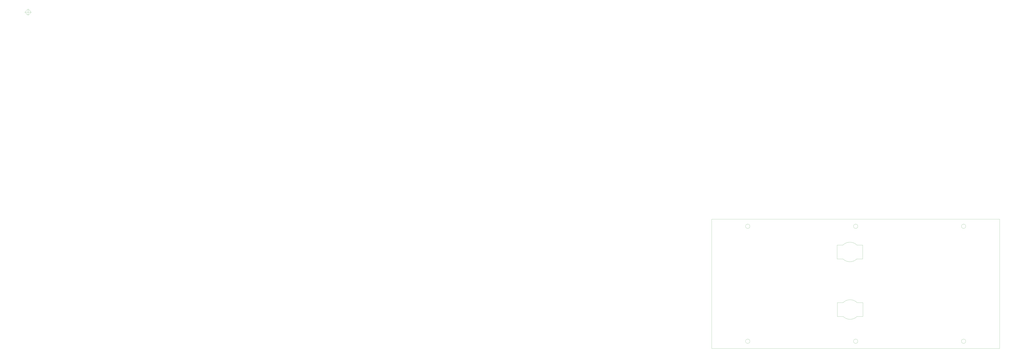
<source format=gbr>
G04 #@! TF.FileFunction,Profile,NP*
%FSLAX46Y46*%
G04 Gerber Fmt 4.6, Leading zero omitted, Abs format (unit mm)*
G04 Created by KiCad (PCBNEW 4.0.1-stable) date 12/11/2016 23:12:02*
%MOMM*%
G01*
G04 APERTURE LIST*
%ADD10C,0.100000*%
G04 APERTURE END LIST*
D10*
X-473333334Y234000000D02*
G75*
G03X-473333334Y234000000I-1666666J0D01*
G01*
X-477500000Y234000000D02*
X-472500000Y234000000D01*
X-475000000Y236500000D02*
X-475000000Y231500000D01*
X101500000Y85000000D02*
G75*
G03X101500000Y85000000I-1500000J0D01*
G01*
X101500000Y5000000D02*
G75*
G03X101500000Y5000000I-1500000J0D01*
G01*
X176500000Y85000000D02*
G75*
G03X176500000Y85000000I-1500000J0D01*
G01*
X176500000Y5000000D02*
G75*
G03X176500000Y5000000I-1500000J0D01*
G01*
X26500000Y5000000D02*
G75*
G03X26500000Y5000000I-1500000J0D01*
G01*
X26500000Y85000000D02*
G75*
G03X26500000Y85000000I-1500000J0D01*
G01*
X87245161Y22252554D02*
X91309161Y22252554D01*
X87245161Y31904554D02*
X87245161Y22252554D01*
X87245161Y31904554D02*
X91309161Y31904554D01*
X105025161Y31904554D02*
X105025161Y22252554D01*
X100961161Y31904554D02*
X105025161Y31904554D01*
X100961161Y31904554D02*
G75*
G03X91309161Y31904554I-4826000J-4826000D01*
G01*
X91309161Y22252554D02*
G75*
G03X100961161Y22252554I4826000J4826000D01*
G01*
X105025161Y22252554D02*
X100961161Y22252554D01*
X91172000Y62296000D02*
G75*
G03X100824000Y62296000I4826000J4826000D01*
G01*
X100824000Y71948000D02*
G75*
G03X91172000Y71948000I-4826000J-4826000D01*
G01*
X104888000Y62296000D02*
X100824000Y62296000D01*
X104888000Y71948000D02*
X104888000Y62296000D01*
X100824000Y71948000D02*
X104888000Y71948000D01*
X87108000Y71948000D02*
X91172000Y71948000D01*
X87108000Y62296000D02*
X91172000Y62296000D01*
X87108000Y71948000D02*
X87108000Y62296000D01*
X200000000Y90000000D02*
X0Y90000000D01*
X200000000Y0D02*
X200000000Y90000000D01*
X0Y0D02*
X200000000Y0D01*
X0Y90000000D02*
X0Y0D01*
M02*

</source>
